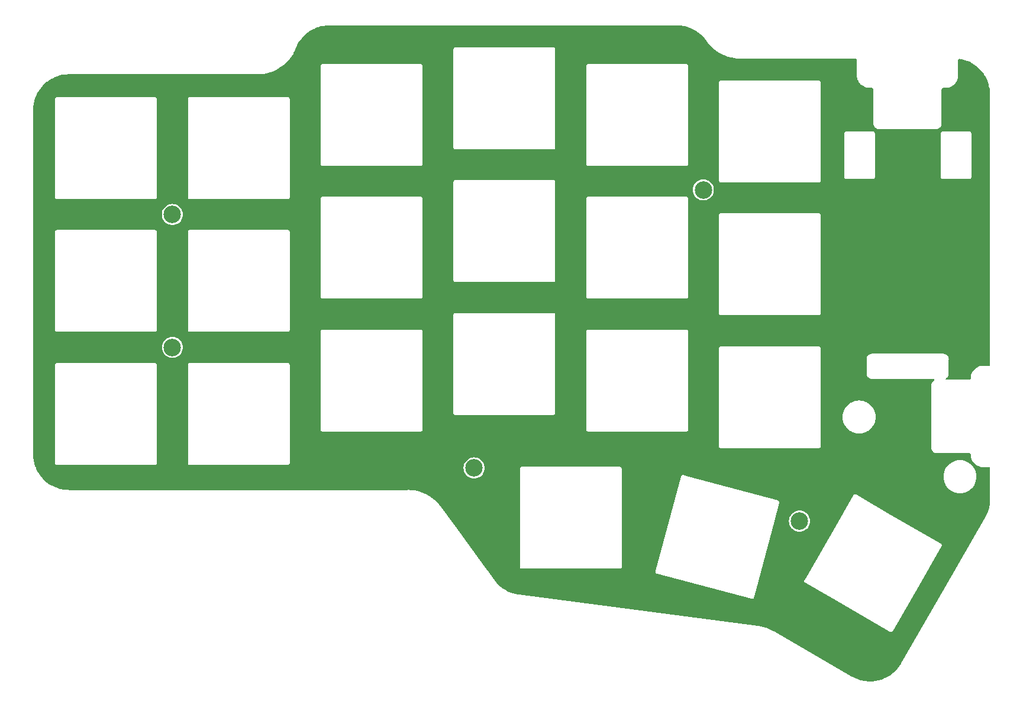
<source format=gbr>
G04 #@! TF.GenerationSoftware,KiCad,Pcbnew,(6.0.0)*
G04 #@! TF.CreationDate,2023-04-13T16:43:50-07:00*
G04 #@! TF.ProjectId,uni_corne_plate_left,756e695f-636f-4726-9e65-5f706c617465,1.1*
G04 #@! TF.SameCoordinates,Original*
G04 #@! TF.FileFunction,Copper,L1,Top*
G04 #@! TF.FilePolarity,Positive*
%FSLAX46Y46*%
G04 Gerber Fmt 4.6, Leading zero omitted, Abs format (unit mm)*
G04 Created by KiCad (PCBNEW (6.0.0)) date 2023-04-13 16:43:50*
%MOMM*%
%LPD*%
G01*
G04 APERTURE LIST*
G04 #@! TA.AperFunction,ComponentPad*
%ADD10C,2.500000*%
G04 #@! TD*
G04 APERTURE END LIST*
D10*
X70352500Y-65315000D03*
X70362500Y-84315000D03*
X113512500Y-101555000D03*
X160082500Y-109165000D03*
X146322500Y-61795000D03*
G04 #@! TA.AperFunction,NonConductor*
G36*
X142554625Y-38275563D02*
G01*
X142567472Y-38278118D01*
X142579643Y-38275697D01*
X142588994Y-38275697D01*
X142603240Y-38274583D01*
X142972395Y-38289458D01*
X142982507Y-38290274D01*
X143311775Y-38330248D01*
X143379779Y-38338503D01*
X143389789Y-38340130D01*
X143507313Y-38364120D01*
X143781870Y-38420163D01*
X143791720Y-38422590D01*
X143983916Y-38478251D01*
X144176119Y-38533914D01*
X144185730Y-38537123D01*
X144559912Y-38679009D01*
X144569236Y-38682981D01*
X144930798Y-38854515D01*
X144939766Y-38859221D01*
X145151746Y-38981586D01*
X145286361Y-39059292D01*
X145294936Y-39064714D01*
X145624297Y-39292013D01*
X145632402Y-39298102D01*
X145942404Y-39551159D01*
X145949990Y-39557877D01*
X146238656Y-39835082D01*
X146245667Y-39842380D01*
X146511069Y-40141882D01*
X146517487Y-40149740D01*
X146739478Y-40445073D01*
X146746656Y-40457431D01*
X146751968Y-40465124D01*
X146756891Y-40476514D01*
X146761147Y-40480642D01*
X146765900Y-40487006D01*
X146984703Y-40779982D01*
X147020434Y-40827826D01*
X147308611Y-41159183D01*
X147620605Y-41468219D01*
X147622385Y-41469738D01*
X147622391Y-41469743D01*
X147718976Y-41552139D01*
X147954691Y-41753227D01*
X147956579Y-41754609D01*
X147956580Y-41754610D01*
X148307130Y-42011247D01*
X148307141Y-42011254D01*
X148309024Y-42012633D01*
X148681647Y-42245003D01*
X149070499Y-42449053D01*
X149473435Y-42623657D01*
X149664416Y-42690047D01*
X149886007Y-42767078D01*
X149886016Y-42767081D01*
X149888226Y-42767849D01*
X149890496Y-42768453D01*
X149890498Y-42768454D01*
X150310327Y-42880233D01*
X150310337Y-42880235D01*
X150312582Y-42880833D01*
X150314864Y-42881262D01*
X150314868Y-42881263D01*
X150376027Y-42892763D01*
X150744158Y-42961985D01*
X150746493Y-42962246D01*
X150746503Y-42962248D01*
X151178227Y-43010595D01*
X151178234Y-43010596D01*
X151180569Y-43010857D01*
X151560083Y-43024971D01*
X151604308Y-43026616D01*
X151613586Y-43026961D01*
X151619405Y-43028118D01*
X151632252Y-43025563D01*
X151656830Y-43023142D01*
X168160733Y-43023142D01*
X168228854Y-43043144D01*
X168275347Y-43096800D01*
X168286733Y-43149142D01*
X168286733Y-45321008D01*
X168284312Y-45345586D01*
X168281757Y-45358433D01*
X168283245Y-45365915D01*
X168283854Y-45375212D01*
X168287384Y-45429078D01*
X168298640Y-45600870D01*
X168346024Y-45839162D01*
X168347349Y-45843065D01*
X168347349Y-45843067D01*
X168392195Y-45975223D01*
X168424096Y-46069234D01*
X168531521Y-46287151D01*
X168533808Y-46290575D01*
X168533809Y-46290577D01*
X168550745Y-46315934D01*
X168666462Y-46489189D01*
X168669177Y-46492286D01*
X168821068Y-46665564D01*
X168826613Y-46671890D01*
X168829706Y-46674604D01*
X168829710Y-46674608D01*
X168889221Y-46726826D01*
X169009234Y-46832133D01*
X169012655Y-46834421D01*
X169012661Y-46834425D01*
X169207773Y-46964884D01*
X169207778Y-46964887D01*
X169211203Y-46967177D01*
X169214899Y-46969002D01*
X169214902Y-46969003D01*
X169425364Y-47072885D01*
X169425367Y-47072886D01*
X169429066Y-47074712D01*
X169432971Y-47076039D01*
X169432975Y-47076041D01*
X169450619Y-47082038D01*
X169659099Y-47152900D01*
X169897367Y-47200403D01*
X170026938Y-47208959D01*
X170122527Y-47215271D01*
X170122528Y-47215271D01*
X170132313Y-47215917D01*
X170139795Y-47217409D01*
X170152646Y-47214859D01*
X170177223Y-47212451D01*
X170277994Y-47212503D01*
X170378436Y-47212554D01*
X170403009Y-47214986D01*
X170415857Y-47217548D01*
X170426343Y-47215467D01*
X170441785Y-47216690D01*
X170472142Y-47221512D01*
X170509620Y-47233706D01*
X170542621Y-47250536D01*
X170574495Y-47273709D01*
X170600679Y-47299906D01*
X170623835Y-47331790D01*
X170640649Y-47364803D01*
X170652821Y-47402278D01*
X170653634Y-47407407D01*
X170657630Y-47432646D01*
X170658844Y-47448085D01*
X170656758Y-47458571D01*
X170659179Y-47470743D01*
X170659313Y-47471415D01*
X170661734Y-47495996D01*
X170661734Y-52288850D01*
X170659313Y-52313428D01*
X170656758Y-52326275D01*
X170659180Y-52338449D01*
X170659180Y-52340161D01*
X170659996Y-52345663D01*
X170672644Y-52474084D01*
X170715759Y-52616213D01*
X170785773Y-52747201D01*
X170879996Y-52862012D01*
X170994807Y-52956235D01*
X171000265Y-52959152D01*
X171000266Y-52959153D01*
X171120337Y-53023332D01*
X171120340Y-53023333D01*
X171125795Y-53026249D01*
X171267924Y-53069364D01*
X171396345Y-53082012D01*
X171401847Y-53082828D01*
X171403559Y-53082828D01*
X171415733Y-53085250D01*
X171428580Y-53082695D01*
X171453158Y-53080274D01*
X179628310Y-53080274D01*
X179652888Y-53082695D01*
X179665735Y-53085250D01*
X179677909Y-53082828D01*
X179679621Y-53082828D01*
X179685123Y-53082012D01*
X179813544Y-53069364D01*
X179955673Y-53026249D01*
X179961128Y-53023333D01*
X179961131Y-53023332D01*
X180081202Y-52959153D01*
X180081203Y-52959152D01*
X180086661Y-52956235D01*
X180201472Y-52862012D01*
X180295695Y-52747201D01*
X180365709Y-52616213D01*
X180408824Y-52474084D01*
X180421472Y-52345663D01*
X180422288Y-52340161D01*
X180422288Y-52338449D01*
X180424710Y-52326275D01*
X180422155Y-52313428D01*
X180419734Y-52288850D01*
X180419734Y-47501163D01*
X180422155Y-47476582D01*
X180422289Y-47475908D01*
X180424710Y-47463737D01*
X180422626Y-47453258D01*
X180423842Y-47437813D01*
X180428660Y-47407407D01*
X180440847Y-47369911D01*
X180457681Y-47336884D01*
X180480864Y-47304989D01*
X180507079Y-47278787D01*
X180538991Y-47255617D01*
X180572025Y-47238801D01*
X180609528Y-47226632D01*
X180639938Y-47221829D01*
X180655376Y-47220622D01*
X180665856Y-47222712D01*
X180678028Y-47220297D01*
X180678031Y-47220297D01*
X180678699Y-47220164D01*
X180703285Y-47217754D01*
X180803072Y-47217805D01*
X180902080Y-47217856D01*
X180926652Y-47220288D01*
X180939500Y-47222850D01*
X180946985Y-47221365D01*
X181182083Y-47206071D01*
X181345171Y-47173708D01*
X181416474Y-47159559D01*
X181416479Y-47159558D01*
X181420529Y-47158754D01*
X181650757Y-47080711D01*
X181737931Y-47037764D01*
X181865126Y-46975101D01*
X181865134Y-46975097D01*
X181868825Y-46973278D01*
X182070999Y-46838294D01*
X182081897Y-46828743D01*
X182250719Y-46680787D01*
X182250721Y-46680785D01*
X182253820Y-46678069D01*
X182414158Y-46495348D01*
X182416449Y-46491921D01*
X182416453Y-46491916D01*
X182528292Y-46324630D01*
X182549267Y-46293256D01*
X182552280Y-46287151D01*
X182618677Y-46152588D01*
X182656835Y-46075255D01*
X182735020Y-45845076D01*
X182782484Y-45606659D01*
X182782865Y-45600870D01*
X182794146Y-45429078D01*
X182797923Y-45371570D01*
X182799413Y-45364086D01*
X182796860Y-45351242D01*
X182794441Y-45326660D01*
X182794446Y-45290547D01*
X182794685Y-43193277D01*
X182814695Y-43125159D01*
X182868356Y-43078672D01*
X182932461Y-43067844D01*
X182950560Y-43069543D01*
X182961091Y-43070981D01*
X183104627Y-43096800D01*
X183373885Y-43145234D01*
X183384243Y-43147553D01*
X183586767Y-43201948D01*
X183789282Y-43256340D01*
X183799425Y-43259528D01*
X184193863Y-43402081D01*
X184203700Y-43406113D01*
X184584718Y-43581418D01*
X184594171Y-43586260D01*
X184959042Y-43793059D01*
X184968059Y-43798685D01*
X185048087Y-43853440D01*
X185314201Y-44035516D01*
X185322715Y-44041885D01*
X185647648Y-44307049D01*
X185655595Y-44314113D01*
X185957018Y-44605734D01*
X185964341Y-44613443D01*
X186240102Y-44929436D01*
X186246749Y-44937736D01*
X186494890Y-45275862D01*
X186500813Y-45284691D01*
X186719553Y-45642518D01*
X186724712Y-45651817D01*
X186912511Y-46026830D01*
X186916866Y-46036529D01*
X187072373Y-46426024D01*
X187075896Y-46436056D01*
X187164393Y-46726826D01*
X187198013Y-46837291D01*
X187200676Y-46847581D01*
X187288087Y-47255617D01*
X187288530Y-47257686D01*
X187290315Y-47268163D01*
X187296800Y-47319101D01*
X187343277Y-47684200D01*
X187344174Y-47694794D01*
X187360587Y-48083422D01*
X187359541Y-48096963D01*
X187359541Y-48106972D01*
X187357120Y-48119142D01*
X187359541Y-48131312D01*
X187359675Y-48131986D01*
X187362096Y-48156567D01*
X187362096Y-86821997D01*
X187342094Y-86890118D01*
X187288438Y-86936611D01*
X187236172Y-86947997D01*
X187218792Y-86948007D01*
X186433294Y-86948481D01*
X186408642Y-86946061D01*
X186408059Y-86945945D01*
X186408056Y-86945945D01*
X186395885Y-86943524D01*
X186388831Y-86944927D01*
X186156159Y-86960400D01*
X186002266Y-86991470D01*
X185924764Y-87007117D01*
X185924761Y-87007118D01*
X185920654Y-87007947D01*
X185916694Y-87009312D01*
X185916688Y-87009314D01*
X185697478Y-87084895D01*
X185697474Y-87084897D01*
X185693520Y-87086260D01*
X185689782Y-87088135D01*
X185689781Y-87088135D01*
X185482492Y-87192087D01*
X185482487Y-87192090D01*
X185478756Y-87193961D01*
X185475298Y-87196315D01*
X185475296Y-87196316D01*
X185283608Y-87326796D01*
X185283604Y-87326799D01*
X185280146Y-87329153D01*
X185101186Y-87489454D01*
X184945030Y-87672041D01*
X184814427Y-87873699D01*
X184711678Y-88090875D01*
X184638592Y-88319745D01*
X184596456Y-88556278D01*
X184596274Y-88560457D01*
X184596274Y-88560459D01*
X184587006Y-88773501D01*
X184576943Y-88817644D01*
X184573376Y-88825971D01*
X184550783Y-88861111D01*
X184524403Y-88890122D01*
X184491560Y-88915945D01*
X184457148Y-88934733D01*
X184417660Y-88948398D01*
X184387698Y-88953435D01*
X184383671Y-88954112D01*
X184368062Y-88955415D01*
X184358107Y-88953435D01*
X184345936Y-88955856D01*
X184336373Y-88955856D01*
X184330829Y-88956403D01*
X181946915Y-88957440D01*
X181131629Y-88957795D01*
X181063499Y-88937823D01*
X181016983Y-88884187D01*
X181006849Y-88813918D01*
X181036314Y-88749324D01*
X181072179Y-88720673D01*
X181105463Y-88702882D01*
X181110926Y-88699962D01*
X181225737Y-88605739D01*
X181319960Y-88490928D01*
X181322878Y-88485469D01*
X181387057Y-88365398D01*
X181387058Y-88365395D01*
X181389974Y-88359940D01*
X181433089Y-88217811D01*
X181445737Y-88089389D01*
X181446553Y-88083888D01*
X181446553Y-88082176D01*
X181448975Y-88070002D01*
X181446420Y-88057155D01*
X181443999Y-88032577D01*
X181444000Y-86027424D01*
X181446421Y-86002843D01*
X181446555Y-86002171D01*
X181448976Y-85989999D01*
X181446554Y-85977825D01*
X181446554Y-85976113D01*
X181445738Y-85970611D01*
X181433697Y-85848355D01*
X181433090Y-85842190D01*
X181389975Y-85700061D01*
X181369396Y-85661559D01*
X181322879Y-85574532D01*
X181322878Y-85574531D01*
X181319961Y-85569073D01*
X181225738Y-85454262D01*
X181110927Y-85360039D01*
X181105468Y-85357121D01*
X180985397Y-85292942D01*
X180985394Y-85292941D01*
X180979939Y-85290025D01*
X180837810Y-85246910D01*
X180709389Y-85234262D01*
X180703887Y-85233446D01*
X180702175Y-85233446D01*
X180690001Y-85231024D01*
X180677154Y-85233579D01*
X180652576Y-85236000D01*
X170477424Y-85236000D01*
X170452846Y-85233579D01*
X170439999Y-85231024D01*
X170427825Y-85233446D01*
X170426113Y-85233446D01*
X170420611Y-85234262D01*
X170292190Y-85246910D01*
X170150061Y-85290025D01*
X170144606Y-85292941D01*
X170144603Y-85292942D01*
X170024532Y-85357121D01*
X170019073Y-85360039D01*
X169904262Y-85454262D01*
X169810039Y-85569073D01*
X169807122Y-85574531D01*
X169807121Y-85574532D01*
X169760605Y-85661559D01*
X169740025Y-85700061D01*
X169696910Y-85842190D01*
X169696303Y-85848355D01*
X169684262Y-85970611D01*
X169683446Y-85976113D01*
X169683446Y-85977825D01*
X169681024Y-85989999D01*
X169683445Y-86002171D01*
X169683579Y-86002843D01*
X169686000Y-86027424D01*
X169686000Y-88032576D01*
X169683579Y-88057154D01*
X169681024Y-88070001D01*
X169683446Y-88082175D01*
X169683446Y-88083887D01*
X169684262Y-88089389D01*
X169696910Y-88217810D01*
X169740025Y-88359939D01*
X169742941Y-88365394D01*
X169742942Y-88365397D01*
X169807121Y-88485468D01*
X169810039Y-88490927D01*
X169904262Y-88605738D01*
X170019073Y-88699961D01*
X170024531Y-88702878D01*
X170024532Y-88702879D01*
X170144603Y-88767058D01*
X170144606Y-88767059D01*
X170150061Y-88769975D01*
X170292190Y-88813090D01*
X170420611Y-88825738D01*
X170426113Y-88826554D01*
X170427825Y-88826554D01*
X170439999Y-88828976D01*
X170452846Y-88826421D01*
X170477424Y-88824000D01*
X170555261Y-88824000D01*
X179274968Y-88824001D01*
X179343089Y-88844003D01*
X179389582Y-88897659D01*
X179399685Y-88967933D01*
X179370192Y-89032513D01*
X179334366Y-89061121D01*
X179294463Y-89082450D01*
X179179652Y-89176673D01*
X179085429Y-89291484D01*
X179082512Y-89296942D01*
X179082511Y-89296943D01*
X179019088Y-89415601D01*
X179015415Y-89422472D01*
X178972300Y-89564601D01*
X178971693Y-89570766D01*
X178959652Y-89693022D01*
X178958836Y-89698524D01*
X178958836Y-89700236D01*
X178956414Y-89712410D01*
X178958835Y-89724581D01*
X178958835Y-89724586D01*
X178958988Y-89725354D01*
X178961409Y-89749869D01*
X178963230Y-93296428D01*
X178965972Y-98634372D01*
X178965981Y-98652608D01*
X178963561Y-98677246D01*
X178961024Y-98690001D01*
X178963446Y-98702175D01*
X178963446Y-98703887D01*
X178964262Y-98709389D01*
X178976910Y-98837810D01*
X179020025Y-98979939D01*
X179022941Y-98985394D01*
X179022942Y-98985397D01*
X179087121Y-99105468D01*
X179090039Y-99110927D01*
X179184262Y-99225738D01*
X179299073Y-99319961D01*
X179304531Y-99322878D01*
X179304532Y-99322879D01*
X179424603Y-99387058D01*
X179424606Y-99387059D01*
X179430061Y-99389975D01*
X179572190Y-99433090D01*
X179700611Y-99445738D01*
X179706113Y-99446554D01*
X179707825Y-99446554D01*
X179719999Y-99448976D01*
X179732170Y-99446555D01*
X179732172Y-99446555D01*
X179732930Y-99446404D01*
X179757453Y-99443984D01*
X181976975Y-99443018D01*
X184326725Y-99441996D01*
X184351349Y-99444416D01*
X184364119Y-99446956D01*
X184374076Y-99444975D01*
X184389681Y-99446278D01*
X184423678Y-99451994D01*
X184463156Y-99465655D01*
X184497573Y-99484445D01*
X184530416Y-99510267D01*
X184556797Y-99539279D01*
X184579392Y-99574428D01*
X184582955Y-99582745D01*
X184593017Y-99626886D01*
X184602467Y-99844113D01*
X184644603Y-100080646D01*
X184717689Y-100309516D01*
X184820438Y-100526692D01*
X184822709Y-100530198D01*
X184948764Y-100724835D01*
X184948768Y-100724840D01*
X184951041Y-100728350D01*
X185107197Y-100910938D01*
X185286157Y-101071239D01*
X185484768Y-101206430D01*
X185488497Y-101208300D01*
X185488502Y-101208303D01*
X185628822Y-101278671D01*
X185699532Y-101314131D01*
X185703486Y-101315494D01*
X185703490Y-101315496D01*
X185862917Y-101370465D01*
X185926666Y-101392445D01*
X185930773Y-101393274D01*
X185930776Y-101393275D01*
X186158064Y-101439163D01*
X186158067Y-101439163D01*
X186162171Y-101439992D01*
X186305939Y-101449552D01*
X186384669Y-101454788D01*
X186394851Y-101455465D01*
X186401897Y-101456867D01*
X186414744Y-101454312D01*
X186439322Y-101451891D01*
X187236096Y-101451891D01*
X187304217Y-101471893D01*
X187350710Y-101525549D01*
X187362096Y-101577891D01*
X187362096Y-106040293D01*
X187359675Y-106064871D01*
X187357120Y-106077718D01*
X187359541Y-106089889D01*
X187359541Y-106098302D01*
X187360756Y-106113559D01*
X187352305Y-106339651D01*
X187348699Y-106436122D01*
X187348050Y-106453471D01*
X187347347Y-106462858D01*
X187305815Y-106831821D01*
X187304416Y-106841118D01*
X187248107Y-107139011D01*
X187235448Y-107205983D01*
X187233355Y-107215160D01*
X187137347Y-107573832D01*
X187134578Y-107582818D01*
X187051554Y-107820336D01*
X187012055Y-107933336D01*
X187008619Y-107942099D01*
X186860272Y-108282484D01*
X186856191Y-108290967D01*
X186756473Y-108479859D01*
X186697394Y-108591769D01*
X186688725Y-108604370D01*
X186684519Y-108611663D01*
X186676340Y-108620999D01*
X186672356Y-108632753D01*
X186672356Y-108632754D01*
X186672136Y-108633403D01*
X186661955Y-108655904D01*
X180817077Y-118791372D01*
X174638345Y-129505770D01*
X174623970Y-129525852D01*
X174623519Y-129526366D01*
X174623518Y-129526368D01*
X174615340Y-129535703D01*
X174611356Y-129547458D01*
X174606500Y-129555880D01*
X174600517Y-129568408D01*
X174397126Y-129889650D01*
X174391196Y-129898210D01*
X174143570Y-130225913D01*
X174136954Y-130233956D01*
X173863089Y-130540115D01*
X173855831Y-130547583D01*
X173741732Y-130655671D01*
X173557617Y-130830085D01*
X173549789Y-130836908D01*
X173229267Y-131093817D01*
X173220891Y-131099979D01*
X173045632Y-131218088D01*
X172880252Y-131329539D01*
X172871383Y-131334997D01*
X172512961Y-131535638D01*
X172503672Y-131540345D01*
X172129890Y-131710708D01*
X172120247Y-131714630D01*
X171973368Y-131767410D01*
X171733697Y-131853535D01*
X171723760Y-131856649D01*
X171327050Y-131963163D01*
X171316889Y-131965446D01*
X170912725Y-132038838D01*
X170902410Y-132040273D01*
X170493585Y-132080036D01*
X170483188Y-132080615D01*
X170266919Y-132083705D01*
X170072455Y-132086483D01*
X170062063Y-132086201D01*
X169857157Y-132072167D01*
X169652260Y-132058132D01*
X169641909Y-132056992D01*
X169352337Y-132012913D01*
X169235823Y-131995177D01*
X169225607Y-131993188D01*
X169099500Y-131963163D01*
X168826005Y-131898047D01*
X168815983Y-131895218D01*
X168425619Y-131767410D01*
X168415880Y-131763770D01*
X168037372Y-131604149D01*
X168027954Y-131599709D01*
X167862132Y-131513010D01*
X167691026Y-131423548D01*
X167679566Y-131415697D01*
X167671152Y-131410845D01*
X167661816Y-131402666D01*
X167650060Y-131398682D01*
X167649409Y-131398461D01*
X167626906Y-131388279D01*
X156394951Y-124911085D01*
X156374867Y-124896709D01*
X156374348Y-124896254D01*
X156374346Y-124896253D01*
X156365013Y-124888076D01*
X156354476Y-124884505D01*
X156350523Y-124882395D01*
X156350522Y-124882394D01*
X156349537Y-124881868D01*
X156346101Y-124879961D01*
X156345369Y-124879644D01*
X156183804Y-124793403D01*
X156022488Y-124707295D01*
X156020604Y-124706443D01*
X156020594Y-124706438D01*
X155671547Y-124548573D01*
X155671541Y-124548570D01*
X155669656Y-124547718D01*
X155307126Y-124411601D01*
X154936457Y-124299530D01*
X154559242Y-124211985D01*
X154557198Y-124211650D01*
X154557173Y-124211645D01*
X154198069Y-124152779D01*
X154197304Y-124152588D01*
X154193378Y-124152010D01*
X154192445Y-124151857D01*
X154192439Y-124151857D01*
X154187880Y-124151110D01*
X154177336Y-124147545D01*
X154164954Y-124148372D01*
X154164950Y-124148371D01*
X154164267Y-124148417D01*
X154139581Y-124147639D01*
X119952840Y-119688746D01*
X119928781Y-119683167D01*
X119928125Y-119682945D01*
X119928122Y-119682945D01*
X119916369Y-119678971D01*
X119903987Y-119679798D01*
X119894611Y-119678575D01*
X119880456Y-119677841D01*
X119659901Y-119639922D01*
X119513392Y-119614733D01*
X119503411Y-119612597D01*
X119112966Y-119512319D01*
X119103193Y-119509382D01*
X118722148Y-119377787D01*
X118712632Y-119374062D01*
X118343505Y-119212019D01*
X118334331Y-119207539D01*
X117979561Y-119016118D01*
X117970784Y-119010913D01*
X117632693Y-118791368D01*
X117624361Y-118785464D01*
X117305162Y-118539232D01*
X117297330Y-118532666D01*
X116999167Y-118261401D01*
X116991892Y-118254223D01*
X116716667Y-117959657D01*
X116709999Y-117951912D01*
X116478631Y-117660075D01*
X116471195Y-117647998D01*
X116465628Y-117640359D01*
X116460416Y-117629097D01*
X116451289Y-117620684D01*
X116450782Y-117620216D01*
X116434353Y-117601781D01*
X115586087Y-116437792D01*
X139496598Y-116437792D01*
X139529079Y-116533477D01*
X139595704Y-116609449D01*
X139686331Y-116654141D01*
X139699407Y-116654998D01*
X139723767Y-116659019D01*
X153222729Y-120276056D01*
X153245844Y-120284757D01*
X153257589Y-120290549D01*
X153269970Y-120291361D01*
X153269972Y-120291361D01*
X153311905Y-120294109D01*
X153358420Y-120297158D01*
X153377889Y-120290549D01*
X153442352Y-120268667D01*
X153442353Y-120268666D01*
X153454105Y-120264677D01*
X153530077Y-120198052D01*
X153563487Y-120130302D01*
X153563489Y-120130297D01*
X153569277Y-120118560D01*
X153569277Y-120118559D01*
X153574768Y-120107425D01*
X153575624Y-120094362D01*
X153579647Y-120069990D01*
X153626085Y-119896682D01*
X154208229Y-117724090D01*
X160754103Y-117724090D01*
X160760712Y-117824921D01*
X160805404Y-117915548D01*
X160881376Y-117982173D01*
X160893123Y-117986161D01*
X160893124Y-117986161D01*
X160893779Y-117986383D01*
X160916277Y-117996577D01*
X164864449Y-120276055D01*
X173010229Y-124979023D01*
X173019109Y-124984150D01*
X173039188Y-124998539D01*
X173049033Y-125007173D01*
X173073186Y-125015372D01*
X173125249Y-125033045D01*
X173144718Y-125039654D01*
X173206400Y-125035611D01*
X173233163Y-125033857D01*
X173233164Y-125033857D01*
X173245549Y-125033045D01*
X173336176Y-124988353D01*
X173402801Y-124912381D01*
X173407012Y-124899977D01*
X173417205Y-124877480D01*
X177237000Y-118261401D01*
X180404779Y-112774646D01*
X180419167Y-112754569D01*
X180419620Y-112754053D01*
X180419621Y-112754052D01*
X180427801Y-112744724D01*
X180460282Y-112649039D01*
X180453673Y-112548208D01*
X180408981Y-112457581D01*
X180352186Y-112407774D01*
X180333009Y-112390956D01*
X180320605Y-112386745D01*
X180298108Y-112376552D01*
X173199109Y-108277943D01*
X168195274Y-105388978D01*
X168175197Y-105374590D01*
X168174681Y-105374137D01*
X168174680Y-105374136D01*
X168165352Y-105365956D01*
X168069667Y-105333475D01*
X168008808Y-105337464D01*
X167981222Y-105339272D01*
X167981221Y-105339272D01*
X167968836Y-105340084D01*
X167878209Y-105384776D01*
X167811584Y-105460748D01*
X167807596Y-105472495D01*
X167807596Y-105472496D01*
X167807374Y-105473151D01*
X167797180Y-105495649D01*
X165285754Y-109845567D01*
X161386012Y-116600119D01*
X160809607Y-117598481D01*
X160795218Y-117618560D01*
X160786584Y-117628405D01*
X160778385Y-117652558D01*
X160754103Y-117724090D01*
X154208229Y-117724090D01*
X156501631Y-109165000D01*
X158573348Y-109165000D01*
X158591928Y-109401083D01*
X158647211Y-109631354D01*
X158737836Y-109850141D01*
X158861570Y-110052057D01*
X159015368Y-110232132D01*
X159195443Y-110385930D01*
X159397359Y-110509664D01*
X159401929Y-110511557D01*
X159401933Y-110511559D01*
X159611573Y-110598395D01*
X159611575Y-110598396D01*
X159616146Y-110600289D01*
X159695999Y-110619460D01*
X159841604Y-110654417D01*
X159841610Y-110654418D01*
X159846417Y-110655572D01*
X160082500Y-110674152D01*
X160318583Y-110655572D01*
X160323390Y-110654418D01*
X160323396Y-110654417D01*
X160469001Y-110619460D01*
X160548854Y-110600289D01*
X160553425Y-110598396D01*
X160553427Y-110598395D01*
X160763067Y-110511559D01*
X160763071Y-110511557D01*
X160767641Y-110509664D01*
X160969557Y-110385930D01*
X161149632Y-110232132D01*
X161303430Y-110052057D01*
X161427164Y-109850141D01*
X161517789Y-109631354D01*
X161573072Y-109401083D01*
X161591652Y-109165000D01*
X161573072Y-108928917D01*
X161565874Y-108898932D01*
X161518944Y-108703458D01*
X161517789Y-108698646D01*
X161515895Y-108694073D01*
X161429059Y-108484433D01*
X161429057Y-108484429D01*
X161427164Y-108479859D01*
X161303430Y-108277943D01*
X161149632Y-108097868D01*
X160969557Y-107944070D01*
X160767641Y-107820336D01*
X160763071Y-107818443D01*
X160763067Y-107818441D01*
X160553427Y-107731605D01*
X160553425Y-107731604D01*
X160548854Y-107729711D01*
X160469001Y-107710540D01*
X160323396Y-107675583D01*
X160323390Y-107675582D01*
X160318583Y-107674428D01*
X160082500Y-107655848D01*
X159846417Y-107674428D01*
X159841610Y-107675582D01*
X159841604Y-107675583D01*
X159695999Y-107710540D01*
X159616146Y-107729711D01*
X159611575Y-107731604D01*
X159611573Y-107731605D01*
X159401933Y-107818441D01*
X159401929Y-107818443D01*
X159397359Y-107820336D01*
X159195443Y-107944070D01*
X159015368Y-108097868D01*
X158861570Y-108277943D01*
X158737836Y-108479859D01*
X158735943Y-108484429D01*
X158735941Y-108484433D01*
X158649105Y-108694073D01*
X158647211Y-108698646D01*
X158646056Y-108703458D01*
X158599127Y-108898932D01*
X158591928Y-108928917D01*
X158573348Y-109165000D01*
X156501631Y-109165000D01*
X157196684Y-106571027D01*
X157205386Y-106547909D01*
X157205689Y-106547295D01*
X157211177Y-106536167D01*
X157217786Y-106435336D01*
X157185305Y-106339651D01*
X157118680Y-106263679D01*
X157050930Y-106230269D01*
X157050925Y-106230267D01*
X157039188Y-106224479D01*
X157039187Y-106224479D01*
X157028053Y-106218988D01*
X157015668Y-106218176D01*
X157015667Y-106218176D01*
X157015110Y-106218140D01*
X157014990Y-106218132D01*
X156990618Y-106214109D01*
X144273484Y-102806564D01*
X180692141Y-102806564D01*
X180692411Y-102810683D01*
X180709687Y-103074257D01*
X180712323Y-103114482D01*
X180713125Y-103118515D01*
X180713126Y-103118521D01*
X180771718Y-103413081D01*
X180772524Y-103417131D01*
X180773851Y-103421040D01*
X180773852Y-103421044D01*
X180805066Y-103512998D01*
X180871713Y-103709334D01*
X180873536Y-103713030D01*
X180873539Y-103713038D01*
X180961605Y-103891616D01*
X181008194Y-103986089D01*
X181010488Y-103989522D01*
X181010489Y-103989524D01*
X181084936Y-104100941D01*
X181179631Y-104242663D01*
X181383091Y-104474665D01*
X181615093Y-104678125D01*
X181618519Y-104680414D01*
X181618524Y-104680418D01*
X181812104Y-104809764D01*
X181871666Y-104849562D01*
X181875365Y-104851386D01*
X181875370Y-104851389D01*
X182017569Y-104921513D01*
X182148422Y-104986043D01*
X182152327Y-104987368D01*
X182152328Y-104987369D01*
X182436712Y-105083904D01*
X182436716Y-105083905D01*
X182440625Y-105085232D01*
X182444669Y-105086036D01*
X182444675Y-105086038D01*
X182739235Y-105144630D01*
X182739241Y-105144631D01*
X182743274Y-105145433D01*
X182747379Y-105145702D01*
X182747386Y-105145703D01*
X183047073Y-105165345D01*
X183051192Y-105165615D01*
X183055311Y-105165345D01*
X183354998Y-105145703D01*
X183355005Y-105145702D01*
X183359110Y-105145433D01*
X183363143Y-105144631D01*
X183363149Y-105144630D01*
X183657709Y-105086038D01*
X183657715Y-105086036D01*
X183661759Y-105085232D01*
X183665668Y-105083905D01*
X183665672Y-105083904D01*
X183950056Y-104987369D01*
X183950057Y-104987368D01*
X183953962Y-104986043D01*
X184084815Y-104921513D01*
X184227014Y-104851389D01*
X184227019Y-104851386D01*
X184230718Y-104849562D01*
X184290280Y-104809764D01*
X184483860Y-104680418D01*
X184483865Y-104680414D01*
X184487291Y-104678125D01*
X184719293Y-104474665D01*
X184922753Y-104242663D01*
X185017449Y-104100941D01*
X185091895Y-103989524D01*
X185091896Y-103989522D01*
X185094190Y-103986089D01*
X185140779Y-103891616D01*
X185228845Y-103713038D01*
X185228848Y-103713030D01*
X185230671Y-103709334D01*
X185297318Y-103512998D01*
X185328532Y-103421044D01*
X185328533Y-103421040D01*
X185329860Y-103417131D01*
X185330666Y-103413081D01*
X185389258Y-103118521D01*
X185389259Y-103118515D01*
X185390061Y-103114482D01*
X185392698Y-103074257D01*
X185409973Y-102810683D01*
X185410243Y-102806564D01*
X185401089Y-102666895D01*
X185390331Y-102502758D01*
X185390330Y-102502751D01*
X185390061Y-102498646D01*
X185372556Y-102410639D01*
X185330666Y-102200047D01*
X185330664Y-102200041D01*
X185329860Y-102195997D01*
X185279976Y-102049041D01*
X185232000Y-101907709D01*
X185232000Y-101907708D01*
X185230671Y-101903794D01*
X185228848Y-101900098D01*
X185228845Y-101900090D01*
X185096016Y-101630742D01*
X185094190Y-101627039D01*
X185081257Y-101607683D01*
X184925046Y-101373896D01*
X184925042Y-101373891D01*
X184922753Y-101370465D01*
X184719293Y-101138463D01*
X184487291Y-100935003D01*
X184483865Y-100932714D01*
X184483860Y-100932710D01*
X184282705Y-100798303D01*
X184230718Y-100763566D01*
X184227019Y-100761742D01*
X184227014Y-100761739D01*
X184029179Y-100664178D01*
X183953962Y-100627085D01*
X183822807Y-100582564D01*
X183665672Y-100529224D01*
X183665668Y-100529223D01*
X183661759Y-100527896D01*
X183657715Y-100527092D01*
X183657709Y-100527090D01*
X183363149Y-100468498D01*
X183363143Y-100468497D01*
X183359110Y-100467695D01*
X183355005Y-100467426D01*
X183354998Y-100467425D01*
X183055311Y-100447783D01*
X183051192Y-100447513D01*
X183047073Y-100447783D01*
X182747386Y-100467425D01*
X182747379Y-100467426D01*
X182743274Y-100467695D01*
X182739241Y-100468497D01*
X182739235Y-100468498D01*
X182444675Y-100527090D01*
X182444669Y-100527092D01*
X182440625Y-100527896D01*
X182436716Y-100529223D01*
X182436712Y-100529224D01*
X182279577Y-100582564D01*
X182148422Y-100627085D01*
X182144726Y-100628908D01*
X182144718Y-100628911D01*
X182065570Y-100667943D01*
X181871667Y-100763566D01*
X181868234Y-100765860D01*
X181868232Y-100765861D01*
X181618524Y-100932710D01*
X181618519Y-100932714D01*
X181615093Y-100935003D01*
X181383091Y-101138463D01*
X181179631Y-101370465D01*
X181177342Y-101373891D01*
X181177338Y-101373896D01*
X181021127Y-101607683D01*
X181008194Y-101627039D01*
X181006368Y-101630742D01*
X180873539Y-101900090D01*
X180873536Y-101900098D01*
X180871713Y-101903794D01*
X180870384Y-101907708D01*
X180870384Y-101907709D01*
X180822409Y-102049041D01*
X180772524Y-102195997D01*
X180771720Y-102200041D01*
X180771718Y-102200047D01*
X180729829Y-102410639D01*
X180712323Y-102498646D01*
X180712054Y-102502751D01*
X180712053Y-102502758D01*
X180704229Y-102622132D01*
X180695941Y-102748580D01*
X180692141Y-102806564D01*
X144273484Y-102806564D01*
X143491653Y-102597073D01*
X143468538Y-102588372D01*
X143456795Y-102582581D01*
X143444409Y-102581769D01*
X143444408Y-102581769D01*
X143431347Y-102580913D01*
X143431343Y-102580913D01*
X143431342Y-102580912D01*
X143355964Y-102575971D01*
X143344213Y-102579960D01*
X143344212Y-102579960D01*
X143272032Y-102604462D01*
X143272031Y-102604463D01*
X143260279Y-102608452D01*
X143184307Y-102675077D01*
X143139615Y-102765704D01*
X143138803Y-102778084D01*
X143138803Y-102778085D01*
X143138758Y-102778776D01*
X143134735Y-102803143D01*
X141715009Y-108101630D01*
X139517700Y-116302098D01*
X139509002Y-116325209D01*
X139503207Y-116336961D01*
X139501539Y-116362414D01*
X139496598Y-116437792D01*
X115586087Y-116437792D01*
X115056842Y-115711564D01*
X120073216Y-115711564D01*
X120078192Y-115736581D01*
X120092929Y-115810670D01*
X120149068Y-115894688D01*
X120233086Y-115950827D01*
X120332192Y-115970540D01*
X120345039Y-115967985D01*
X120369617Y-115965564D01*
X134344767Y-115965564D01*
X134369345Y-115967985D01*
X134382192Y-115970540D01*
X134481298Y-115950827D01*
X134565316Y-115894688D01*
X134621455Y-115810670D01*
X134636192Y-115736581D01*
X134641168Y-115711564D01*
X134638613Y-115698717D01*
X134636192Y-115674139D01*
X134636192Y-101698989D01*
X134638613Y-101674408D01*
X134638747Y-101673734D01*
X134641168Y-101661564D01*
X134621455Y-101562458D01*
X134565316Y-101478440D01*
X134481298Y-101422301D01*
X134407209Y-101407564D01*
X134394364Y-101405009D01*
X134382192Y-101402588D01*
X134369345Y-101405143D01*
X134344767Y-101407564D01*
X120369617Y-101407564D01*
X120345039Y-101405143D01*
X120332192Y-101402588D01*
X120320020Y-101405009D01*
X120307175Y-101407564D01*
X120233086Y-101422301D01*
X120222769Y-101429195D01*
X120222768Y-101429195D01*
X120181354Y-101456867D01*
X120149068Y-101478440D01*
X120092929Y-101562458D01*
X120073216Y-101661564D01*
X120075637Y-101673734D01*
X120075771Y-101674408D01*
X120078192Y-101698989D01*
X120078192Y-115674139D01*
X120075771Y-115698717D01*
X120073216Y-115711564D01*
X115056842Y-115711564D01*
X110781948Y-109845567D01*
X108833700Y-107172186D01*
X108821180Y-107150894D01*
X108820893Y-107150274D01*
X108815681Y-107139011D01*
X108813705Y-107137190D01*
X108528056Y-106775880D01*
X108213188Y-106436122D01*
X107872671Y-106122075D01*
X107870732Y-106120549D01*
X107870723Y-106120542D01*
X107510546Y-105837201D01*
X107510539Y-105837196D01*
X107508598Y-105835669D01*
X107204152Y-105632643D01*
X107125254Y-105580028D01*
X107125246Y-105580023D01*
X107123208Y-105578664D01*
X106758136Y-105374590D01*
X106721023Y-105353844D01*
X106721021Y-105353843D01*
X106718869Y-105352640D01*
X106298066Y-105158986D01*
X105863385Y-104998892D01*
X105861016Y-104998225D01*
X105861010Y-104998223D01*
X105419886Y-104874014D01*
X105419883Y-104874013D01*
X105417499Y-104873342D01*
X104963148Y-104783109D01*
X104960706Y-104782820D01*
X104960697Y-104782819D01*
X104730177Y-104755577D01*
X104503124Y-104728745D01*
X104042892Y-104710690D01*
X104040255Y-104710166D01*
X104027408Y-104712721D01*
X104002830Y-104715142D01*
X55553521Y-104715142D01*
X55528943Y-104712721D01*
X55516096Y-104710166D01*
X55503923Y-104712587D01*
X55494220Y-104712587D01*
X55480355Y-104713663D01*
X55100478Y-104697952D01*
X55090100Y-104697092D01*
X54833654Y-104665126D01*
X54682491Y-104646283D01*
X54672226Y-104644571D01*
X54467094Y-104601559D01*
X54270207Y-104560276D01*
X54260112Y-104557720D01*
X53866417Y-104440512D01*
X53856575Y-104437134D01*
X53473885Y-104287807D01*
X53464385Y-104283640D01*
X53095352Y-104103231D01*
X53086197Y-104098277D01*
X52897922Y-103986089D01*
X52733316Y-103888005D01*
X52724611Y-103882318D01*
X52390305Y-103643629D01*
X52382098Y-103637242D01*
X52068628Y-103371745D01*
X52060981Y-103364704D01*
X51770534Y-103074257D01*
X51763493Y-103066610D01*
X51497996Y-102753140D01*
X51491606Y-102744929D01*
X51400007Y-102616636D01*
X51252920Y-102410627D01*
X51247232Y-102401921D01*
X51148435Y-102236119D01*
X51036960Y-102049038D01*
X51032005Y-102039882D01*
X50899559Y-101768958D01*
X50851598Y-101670853D01*
X50847431Y-101661353D01*
X50805932Y-101555000D01*
X112003348Y-101555000D01*
X112021928Y-101791083D01*
X112023082Y-101795890D01*
X112023083Y-101795896D01*
X112048098Y-101900090D01*
X112077211Y-102021354D01*
X112079104Y-102025925D01*
X112079105Y-102025927D01*
X112084886Y-102039882D01*
X112167836Y-102240141D01*
X112291570Y-102442057D01*
X112445368Y-102622132D01*
X112625443Y-102775930D01*
X112827359Y-102899664D01*
X112831929Y-102901557D01*
X112831933Y-102901559D01*
X113041573Y-102988395D01*
X113041575Y-102988396D01*
X113046146Y-102990289D01*
X113124641Y-103009134D01*
X113271604Y-103044417D01*
X113271610Y-103044418D01*
X113276417Y-103045572D01*
X113512500Y-103064152D01*
X113748583Y-103045572D01*
X113753390Y-103044418D01*
X113753396Y-103044417D01*
X113900359Y-103009134D01*
X113978854Y-102990289D01*
X113983425Y-102988396D01*
X113983427Y-102988395D01*
X114193067Y-102901559D01*
X114193071Y-102901557D01*
X114197641Y-102899664D01*
X114399557Y-102775930D01*
X114579632Y-102622132D01*
X114733430Y-102442057D01*
X114857164Y-102240141D01*
X114940115Y-102039882D01*
X114945895Y-102025927D01*
X114945896Y-102025925D01*
X114947789Y-102021354D01*
X114976902Y-101900090D01*
X115001917Y-101795896D01*
X115001918Y-101795890D01*
X115003072Y-101791083D01*
X115021652Y-101555000D01*
X115003072Y-101318917D01*
X114980023Y-101222908D01*
X114966960Y-101168499D01*
X114947789Y-101088646D01*
X114922081Y-101026581D01*
X114859059Y-100874433D01*
X114859057Y-100874429D01*
X114857164Y-100869859D01*
X114733430Y-100667943D01*
X114579632Y-100487868D01*
X114399557Y-100334070D01*
X114197641Y-100210336D01*
X114193071Y-100208443D01*
X114193067Y-100208441D01*
X113983427Y-100121605D01*
X113983425Y-100121604D01*
X113978854Y-100119711D01*
X113899001Y-100100540D01*
X113753396Y-100065583D01*
X113753390Y-100065582D01*
X113748583Y-100064428D01*
X113512500Y-100045848D01*
X113276417Y-100064428D01*
X113271610Y-100065582D01*
X113271604Y-100065583D01*
X113125999Y-100100540D01*
X113046146Y-100119711D01*
X113041575Y-100121604D01*
X113041573Y-100121605D01*
X112831933Y-100208441D01*
X112831929Y-100208443D01*
X112827359Y-100210336D01*
X112625443Y-100334070D01*
X112445368Y-100487868D01*
X112291570Y-100667943D01*
X112167836Y-100869859D01*
X112165943Y-100874429D01*
X112165941Y-100874433D01*
X112102919Y-101026581D01*
X112077211Y-101088646D01*
X112058040Y-101168499D01*
X112044978Y-101222908D01*
X112021928Y-101318917D01*
X112003348Y-101555000D01*
X50805932Y-101555000D01*
X50698104Y-101278663D01*
X50694726Y-101268821D01*
X50577518Y-100875126D01*
X50574962Y-100865031D01*
X50568993Y-100836564D01*
X53573216Y-100836564D01*
X53592929Y-100935670D01*
X53649068Y-101019688D01*
X53733086Y-101075827D01*
X53797533Y-101088646D01*
X53832192Y-101095540D01*
X53845039Y-101092985D01*
X53869617Y-101090564D01*
X67844767Y-101090564D01*
X67869345Y-101092985D01*
X67882192Y-101095540D01*
X67895038Y-101092985D01*
X67916852Y-101088646D01*
X67939842Y-101084073D01*
X67981298Y-101075827D01*
X68031670Y-101042170D01*
X68055000Y-101026581D01*
X68065316Y-101019688D01*
X68121455Y-100935670D01*
X68141168Y-100836564D01*
X72573216Y-100836564D01*
X72592929Y-100935670D01*
X72649068Y-101019688D01*
X72733086Y-101075827D01*
X72797533Y-101088646D01*
X72832192Y-101095540D01*
X72845039Y-101092985D01*
X72869617Y-101090564D01*
X86844767Y-101090564D01*
X86869345Y-101092985D01*
X86882192Y-101095540D01*
X86895038Y-101092985D01*
X86916852Y-101088646D01*
X86939842Y-101084073D01*
X86981298Y-101075827D01*
X87031670Y-101042170D01*
X87055000Y-101026581D01*
X87065316Y-101019688D01*
X87121455Y-100935670D01*
X87141168Y-100836564D01*
X87138613Y-100823717D01*
X87136192Y-100799139D01*
X87136192Y-98461564D01*
X148573216Y-98461564D01*
X148592929Y-98560670D01*
X148649068Y-98644688D01*
X148733086Y-98700827D01*
X148803767Y-98714886D01*
X148832192Y-98720540D01*
X148845039Y-98717985D01*
X148869617Y-98715564D01*
X162844767Y-98715564D01*
X162869345Y-98717985D01*
X162882192Y-98720540D01*
X162895038Y-98717985D01*
X162910618Y-98714886D01*
X162981298Y-98700827D01*
X162997501Y-98690001D01*
X163055000Y-98651581D01*
X163065316Y-98644688D01*
X163121455Y-98560670D01*
X163141168Y-98461564D01*
X163138613Y-98448717D01*
X163136192Y-98424139D01*
X163136192Y-94285564D01*
X166260141Y-94285564D01*
X166280323Y-94593482D01*
X166281125Y-94597515D01*
X166281126Y-94597521D01*
X166339718Y-94892081D01*
X166340524Y-94896131D01*
X166341851Y-94900040D01*
X166341852Y-94900044D01*
X166373066Y-94991998D01*
X166439713Y-95188334D01*
X166441536Y-95192030D01*
X166441539Y-95192038D01*
X166529605Y-95370616D01*
X166576194Y-95465089D01*
X166578488Y-95468522D01*
X166578489Y-95468524D01*
X166646440Y-95570219D01*
X166747631Y-95721663D01*
X166951091Y-95953665D01*
X167183093Y-96157125D01*
X167186519Y-96159414D01*
X167186524Y-96159418D01*
X167336116Y-96259372D01*
X167439666Y-96328562D01*
X167443365Y-96330386D01*
X167443370Y-96330389D01*
X167585569Y-96400513D01*
X167716422Y-96465043D01*
X167720327Y-96466368D01*
X167720328Y-96466369D01*
X168004712Y-96562904D01*
X168004716Y-96562905D01*
X168008625Y-96564232D01*
X168012669Y-96565036D01*
X168012675Y-96565038D01*
X168307235Y-96623630D01*
X168307241Y-96623631D01*
X168311274Y-96624433D01*
X168315379Y-96624702D01*
X168315386Y-96624703D01*
X168615073Y-96644345D01*
X168619192Y-96644615D01*
X168623311Y-96644345D01*
X168922998Y-96624703D01*
X168923005Y-96624702D01*
X168927110Y-96624433D01*
X168931143Y-96623631D01*
X168931149Y-96623630D01*
X169225709Y-96565038D01*
X169225715Y-96565036D01*
X169229759Y-96564232D01*
X169233668Y-96562905D01*
X169233672Y-96562904D01*
X169518056Y-96466369D01*
X169518057Y-96466368D01*
X169521962Y-96465043D01*
X169652815Y-96400513D01*
X169795014Y-96330389D01*
X169795019Y-96330386D01*
X169798718Y-96328562D01*
X169902268Y-96259372D01*
X170051860Y-96159418D01*
X170051865Y-96159414D01*
X170055291Y-96157125D01*
X170287293Y-95953665D01*
X170490753Y-95721663D01*
X170591945Y-95570219D01*
X170659895Y-95468524D01*
X170659896Y-95468522D01*
X170662190Y-95465089D01*
X170708779Y-95370616D01*
X170796845Y-95192038D01*
X170796848Y-95192030D01*
X170798671Y-95188334D01*
X170865318Y-94991998D01*
X170896532Y-94900044D01*
X170896533Y-94900040D01*
X170897860Y-94896131D01*
X170898666Y-94892081D01*
X170957258Y-94597521D01*
X170957259Y-94597515D01*
X170958061Y-94593482D01*
X170978243Y-94285564D01*
X170958061Y-93977646D01*
X170956140Y-93967985D01*
X170898666Y-93679047D01*
X170898664Y-93679041D01*
X170897860Y-93674997D01*
X170847252Y-93525908D01*
X170800000Y-93386709D01*
X170800000Y-93386708D01*
X170798671Y-93382794D01*
X170796848Y-93379098D01*
X170796845Y-93379090D01*
X170664016Y-93109742D01*
X170662190Y-93106039D01*
X170620191Y-93043183D01*
X170493046Y-92852896D01*
X170493042Y-92852891D01*
X170490753Y-92849465D01*
X170287293Y-92617463D01*
X170055291Y-92414003D01*
X170051865Y-92411714D01*
X170051860Y-92411710D01*
X169858279Y-92282364D01*
X169798718Y-92242566D01*
X169795019Y-92240742D01*
X169795014Y-92240739D01*
X169652815Y-92170615D01*
X169521962Y-92106085D01*
X169518047Y-92104756D01*
X169233672Y-92008224D01*
X169233668Y-92008223D01*
X169229759Y-92006896D01*
X169225715Y-92006092D01*
X169225709Y-92006090D01*
X168931149Y-91947498D01*
X168931143Y-91947497D01*
X168927110Y-91946695D01*
X168923005Y-91946426D01*
X168922998Y-91946425D01*
X168623311Y-91926783D01*
X168619192Y-91926513D01*
X168615073Y-91926783D01*
X168315386Y-91946425D01*
X168315379Y-91946426D01*
X168311274Y-91946695D01*
X168307241Y-91947497D01*
X168307235Y-91947498D01*
X168012675Y-92006090D01*
X168012669Y-92006092D01*
X168008625Y-92006896D01*
X168004716Y-92008223D01*
X168004712Y-92008224D01*
X167720337Y-92104756D01*
X167716422Y-92106085D01*
X167712726Y-92107908D01*
X167712718Y-92107911D01*
X167488605Y-92218433D01*
X167439667Y-92242566D01*
X167436234Y-92244860D01*
X167436232Y-92244861D01*
X167186524Y-92411710D01*
X167186519Y-92411714D01*
X167183093Y-92414003D01*
X166951091Y-92617463D01*
X166747631Y-92849465D01*
X166745342Y-92852891D01*
X166745338Y-92852896D01*
X166618193Y-93043183D01*
X166576194Y-93106039D01*
X166574368Y-93109742D01*
X166441539Y-93379090D01*
X166441536Y-93379098D01*
X166439713Y-93382794D01*
X166438384Y-93386708D01*
X166438384Y-93386709D01*
X166391133Y-93525908D01*
X166340524Y-93674997D01*
X166339720Y-93679041D01*
X166339718Y-93679047D01*
X166282245Y-93967985D01*
X166280323Y-93977646D01*
X166263941Y-94227580D01*
X166260141Y-94285564D01*
X163136192Y-94285564D01*
X163136192Y-84448989D01*
X163138613Y-84424408D01*
X163138747Y-84423734D01*
X163141168Y-84411564D01*
X163121455Y-84312458D01*
X163065316Y-84228440D01*
X162981298Y-84172301D01*
X162907209Y-84157564D01*
X162894364Y-84155009D01*
X162882192Y-84152588D01*
X162869345Y-84155143D01*
X162844767Y-84157564D01*
X148869617Y-84157564D01*
X148845039Y-84155143D01*
X148832192Y-84152588D01*
X148820020Y-84155009D01*
X148807175Y-84157564D01*
X148733086Y-84172301D01*
X148649068Y-84228440D01*
X148592929Y-84312458D01*
X148573216Y-84411564D01*
X148575637Y-84423734D01*
X148575771Y-84424408D01*
X148578192Y-84448989D01*
X148578192Y-98424139D01*
X148575771Y-98448717D01*
X148573216Y-98461564D01*
X87136192Y-98461564D01*
X87136192Y-96086564D01*
X91573216Y-96086564D01*
X91578192Y-96111581D01*
X91592929Y-96185670D01*
X91649068Y-96269688D01*
X91733086Y-96325827D01*
X91832192Y-96345540D01*
X91845039Y-96342985D01*
X91869617Y-96340564D01*
X105844767Y-96340564D01*
X105869345Y-96342985D01*
X105882192Y-96345540D01*
X105981298Y-96325827D01*
X106065316Y-96269688D01*
X106121455Y-96185670D01*
X106136192Y-96111581D01*
X106141168Y-96086564D01*
X129573216Y-96086564D01*
X129578192Y-96111581D01*
X129592929Y-96185670D01*
X129649068Y-96269688D01*
X129733086Y-96325827D01*
X129832192Y-96345540D01*
X129845039Y-96342985D01*
X129869617Y-96340564D01*
X143844767Y-96340564D01*
X143869345Y-96342985D01*
X143882192Y-96345540D01*
X143981298Y-96325827D01*
X144065316Y-96269688D01*
X144121455Y-96185670D01*
X144136192Y-96111581D01*
X144141168Y-96086564D01*
X144138613Y-96073717D01*
X144136192Y-96049139D01*
X144136192Y-82073989D01*
X144138613Y-82049408D01*
X144138747Y-82048734D01*
X144141168Y-82036564D01*
X144121455Y-81937458D01*
X144065316Y-81853440D01*
X143981298Y-81797301D01*
X143907209Y-81782564D01*
X143894364Y-81780009D01*
X143882192Y-81777588D01*
X143869345Y-81780143D01*
X143844767Y-81782564D01*
X129869617Y-81782564D01*
X129845039Y-81780143D01*
X129832192Y-81777588D01*
X129820020Y-81780009D01*
X129807175Y-81782564D01*
X129733086Y-81797301D01*
X129649068Y-81853440D01*
X129592929Y-81937458D01*
X129573216Y-82036564D01*
X129575637Y-82048734D01*
X129575771Y-82049408D01*
X129578192Y-82073989D01*
X129578192Y-96049139D01*
X129575771Y-96073717D01*
X129573216Y-96086564D01*
X106141168Y-96086564D01*
X106138613Y-96073717D01*
X106136192Y-96049139D01*
X106136192Y-93711564D01*
X110573216Y-93711564D01*
X110578192Y-93736581D01*
X110592929Y-93810670D01*
X110649068Y-93894688D01*
X110733086Y-93950827D01*
X110832192Y-93970540D01*
X110845039Y-93967985D01*
X110869617Y-93965564D01*
X124844767Y-93965564D01*
X124869345Y-93967985D01*
X124882192Y-93970540D01*
X124981298Y-93950827D01*
X125065316Y-93894688D01*
X125121455Y-93810670D01*
X125136192Y-93736581D01*
X125141168Y-93711564D01*
X125138613Y-93698717D01*
X125136192Y-93674139D01*
X125136192Y-79698989D01*
X125138613Y-79674408D01*
X125138747Y-79673734D01*
X125141168Y-79661564D01*
X125121455Y-79562458D01*
X125065316Y-79478440D01*
X125040059Y-79461564D01*
X148573216Y-79461564D01*
X148578192Y-79486581D01*
X148592929Y-79560670D01*
X148649068Y-79644688D01*
X148733086Y-79700827D01*
X148832192Y-79720540D01*
X148845039Y-79717985D01*
X148869617Y-79715564D01*
X162844767Y-79715564D01*
X162869345Y-79717985D01*
X162882192Y-79720540D01*
X162981298Y-79700827D01*
X163065316Y-79644688D01*
X163121455Y-79560670D01*
X163136192Y-79486581D01*
X163141168Y-79461564D01*
X163138613Y-79448717D01*
X163136192Y-79424139D01*
X163136192Y-65448989D01*
X163138613Y-65424408D01*
X163138747Y-65423734D01*
X163141168Y-65411564D01*
X163121455Y-65312458D01*
X163065316Y-65228440D01*
X162981298Y-65172301D01*
X162907209Y-65157564D01*
X162894364Y-65155009D01*
X162882192Y-65152588D01*
X162869345Y-65155143D01*
X162844767Y-65157564D01*
X148869617Y-65157564D01*
X148845039Y-65155143D01*
X148832192Y-65152588D01*
X148820020Y-65155009D01*
X148807175Y-65157564D01*
X148733086Y-65172301D01*
X148649068Y-65228440D01*
X148592929Y-65312458D01*
X148573216Y-65411564D01*
X148575637Y-65423734D01*
X148575771Y-65424408D01*
X148578192Y-65448989D01*
X148578192Y-79424139D01*
X148575771Y-79448717D01*
X148573216Y-79461564D01*
X125040059Y-79461564D01*
X124981298Y-79422301D01*
X124907209Y-79407564D01*
X124894364Y-79405009D01*
X124882192Y-79402588D01*
X124869345Y-79405143D01*
X124844767Y-79407564D01*
X110869617Y-79407564D01*
X110845039Y-79405143D01*
X110832192Y-79402588D01*
X110820020Y-79405009D01*
X110807175Y-79407564D01*
X110733086Y-79422301D01*
X110649068Y-79478440D01*
X110592929Y-79562458D01*
X110573216Y-79661564D01*
X110575637Y-79673734D01*
X110575771Y-79674408D01*
X110578192Y-79698989D01*
X110578192Y-93674139D01*
X110575771Y-93698717D01*
X110573216Y-93711564D01*
X106136192Y-93711564D01*
X106136192Y-82073989D01*
X106138613Y-82049408D01*
X106138747Y-82048734D01*
X106141168Y-82036564D01*
X106121455Y-81937458D01*
X106065316Y-81853440D01*
X105981298Y-81797301D01*
X105907209Y-81782564D01*
X105894364Y-81780009D01*
X105882192Y-81777588D01*
X105869345Y-81780143D01*
X105844767Y-81782564D01*
X91869617Y-81782564D01*
X91845039Y-81780143D01*
X91832192Y-81777588D01*
X91820020Y-81780009D01*
X91807175Y-81782564D01*
X91733086Y-81797301D01*
X91649068Y-81853440D01*
X91592929Y-81937458D01*
X91573216Y-82036564D01*
X91575637Y-82048734D01*
X91575771Y-82049408D01*
X91578192Y-82073989D01*
X91578192Y-96049139D01*
X91575771Y-96073717D01*
X91573216Y-96086564D01*
X87136192Y-96086564D01*
X87136192Y-86823989D01*
X87138613Y-86799408D01*
X87138747Y-86798734D01*
X87141168Y-86786564D01*
X87121455Y-86687458D01*
X87065316Y-86603440D01*
X86981298Y-86547301D01*
X86907209Y-86532564D01*
X86894364Y-86530009D01*
X86882192Y-86527588D01*
X86869345Y-86530143D01*
X86844767Y-86532564D01*
X72869617Y-86532564D01*
X72845039Y-86530143D01*
X72832192Y-86527588D01*
X72820020Y-86530009D01*
X72807175Y-86532564D01*
X72733086Y-86547301D01*
X72649068Y-86603440D01*
X72592929Y-86687458D01*
X72573216Y-86786564D01*
X72575637Y-86798734D01*
X72575771Y-86799408D01*
X72578192Y-86823989D01*
X72578192Y-100799139D01*
X72575771Y-100823717D01*
X72573216Y-100836564D01*
X68141168Y-100836564D01*
X68138613Y-100823717D01*
X68136192Y-100799139D01*
X68136192Y-86823989D01*
X68138613Y-86799408D01*
X68138747Y-86798734D01*
X68141168Y-86786564D01*
X68121455Y-86687458D01*
X68065316Y-86603440D01*
X67981298Y-86547301D01*
X67907209Y-86532564D01*
X67894364Y-86530009D01*
X67882192Y-86527588D01*
X67869345Y-86530143D01*
X67844767Y-86532564D01*
X53869617Y-86532564D01*
X53845039Y-86530143D01*
X53832192Y-86527588D01*
X53820020Y-86530009D01*
X53807175Y-86532564D01*
X53733086Y-86547301D01*
X53649068Y-86603440D01*
X53592929Y-86687458D01*
X53573216Y-86786564D01*
X53575637Y-86798734D01*
X53575771Y-86799408D01*
X53578192Y-86823989D01*
X53578192Y-100799139D01*
X53575771Y-100823717D01*
X53573216Y-100836564D01*
X50568993Y-100836564D01*
X50495879Y-100487868D01*
X50490667Y-100463012D01*
X50488954Y-100452743D01*
X50438146Y-100045138D01*
X50437286Y-100034760D01*
X50421575Y-99654883D01*
X50422651Y-99641018D01*
X50422651Y-99631315D01*
X50425072Y-99619142D01*
X50422517Y-99606295D01*
X50420096Y-99581717D01*
X50420096Y-84315000D01*
X68853348Y-84315000D01*
X68871928Y-84551083D01*
X68927211Y-84781354D01*
X69017836Y-85000141D01*
X69141570Y-85202057D01*
X69295368Y-85382132D01*
X69475443Y-85535930D01*
X69677359Y-85659664D01*
X69681929Y-85661557D01*
X69681933Y-85661559D01*
X69891573Y-85748395D01*
X69891575Y-85748396D01*
X69896146Y-85750289D01*
X69975999Y-85769460D01*
X70121604Y-85804417D01*
X70121610Y-85804418D01*
X70126417Y-85805572D01*
X70362500Y-85824152D01*
X70598583Y-85805572D01*
X70603390Y-85804418D01*
X70603396Y-85804417D01*
X70749001Y-85769460D01*
X70828854Y-85750289D01*
X70833425Y-85748396D01*
X70833427Y-85748395D01*
X71043067Y-85661559D01*
X71043071Y-85661557D01*
X71047641Y-85659664D01*
X71249557Y-85535930D01*
X71429632Y-85382132D01*
X71583430Y-85202057D01*
X71707164Y-85000141D01*
X71797789Y-84781354D01*
X71853072Y-84551083D01*
X71871652Y-84315000D01*
X71853072Y-84078917D01*
X71797789Y-83848646D01*
X71707164Y-83629859D01*
X71583430Y-83427943D01*
X71429632Y-83247868D01*
X71249557Y-83094070D01*
X71047641Y-82970336D01*
X71043071Y-82968443D01*
X71043067Y-82968441D01*
X70833427Y-82881605D01*
X70833425Y-82881604D01*
X70828854Y-82879711D01*
X70749001Y-82860540D01*
X70603396Y-82825583D01*
X70603390Y-82825582D01*
X70598583Y-82824428D01*
X70362500Y-82805848D01*
X70126417Y-82824428D01*
X70121610Y-82825582D01*
X70121604Y-82825583D01*
X69975999Y-82860540D01*
X69896146Y-82879711D01*
X69891575Y-82881604D01*
X69891573Y-82881605D01*
X69681933Y-82968441D01*
X69681929Y-82968443D01*
X69677359Y-82970336D01*
X69475443Y-83094070D01*
X69295368Y-83247868D01*
X69141570Y-83427943D01*
X69017836Y-83629859D01*
X68927211Y-83848646D01*
X68871928Y-84078917D01*
X68853348Y-84315000D01*
X50420096Y-84315000D01*
X50420096Y-81836564D01*
X53573216Y-81836564D01*
X53578192Y-81861581D01*
X53592929Y-81935670D01*
X53649068Y-82019688D01*
X53733086Y-82075827D01*
X53832192Y-82095540D01*
X53845039Y-82092985D01*
X53869617Y-82090564D01*
X67844767Y-82090564D01*
X67869345Y-82092985D01*
X67882192Y-82095540D01*
X67981298Y-82075827D01*
X68065316Y-82019688D01*
X68121455Y-81935670D01*
X68136192Y-81861581D01*
X68141168Y-81836564D01*
X72573216Y-81836564D01*
X72578192Y-81861581D01*
X72592929Y-81935670D01*
X72649068Y-82019688D01*
X72733086Y-82075827D01*
X72832192Y-82095540D01*
X72845039Y-82092985D01*
X72869617Y-82090564D01*
X86844767Y-82090564D01*
X86869345Y-82092985D01*
X86882192Y-82095540D01*
X86981298Y-82075827D01*
X87065316Y-82019688D01*
X87121455Y-81935670D01*
X87136192Y-81861581D01*
X87141168Y-81836564D01*
X87138613Y-81823717D01*
X87136192Y-81799139D01*
X87136192Y-77086564D01*
X91573216Y-77086564D01*
X91578192Y-77111581D01*
X91592929Y-77185670D01*
X91649068Y-77269688D01*
X91733086Y-77325827D01*
X91832192Y-77345540D01*
X91845039Y-77342985D01*
X91869617Y-77340564D01*
X105844767Y-77340564D01*
X105869345Y-77342985D01*
X105882192Y-77345540D01*
X105981298Y-77325827D01*
X106065316Y-77269688D01*
X106121455Y-77185670D01*
X106136192Y-77111581D01*
X106141168Y-77086564D01*
X129573216Y-77086564D01*
X129578192Y-77111581D01*
X129592929Y-77185670D01*
X129649068Y-77269688D01*
X129733086Y-77325827D01*
X129832192Y-77345540D01*
X129845039Y-77342985D01*
X129869617Y-77340564D01*
X143844767Y-77340564D01*
X143869345Y-77342985D01*
X143882192Y-77345540D01*
X143981298Y-77325827D01*
X144065316Y-77269688D01*
X144121455Y-77185670D01*
X144136192Y-77111581D01*
X144141168Y-77086564D01*
X144138613Y-77073717D01*
X144136192Y-77049139D01*
X144136192Y-63073989D01*
X144138613Y-63049408D01*
X144138747Y-63048734D01*
X144141168Y-63036564D01*
X144121455Y-62937458D01*
X144065316Y-62853440D01*
X143981298Y-62797301D01*
X143907209Y-62782564D01*
X143894364Y-62780009D01*
X143882192Y-62777588D01*
X143869345Y-62780143D01*
X143844767Y-62782564D01*
X129869617Y-62782564D01*
X129845039Y-62780143D01*
X129832192Y-62777588D01*
X129820020Y-62780009D01*
X129807175Y-62782564D01*
X129733086Y-62797301D01*
X129649068Y-62853440D01*
X129592929Y-62937458D01*
X129573216Y-63036564D01*
X129575637Y-63048734D01*
X129575771Y-63049408D01*
X129578192Y-63073989D01*
X129578192Y-77049139D01*
X129575771Y-77073717D01*
X129573216Y-77086564D01*
X106141168Y-77086564D01*
X106138613Y-77073717D01*
X106136192Y-77049139D01*
X106136192Y-74711564D01*
X110573216Y-74711564D01*
X110578192Y-74736581D01*
X110592929Y-74810670D01*
X110649068Y-74894688D01*
X110733086Y-74950827D01*
X110832192Y-74970540D01*
X110845039Y-74967985D01*
X110869617Y-74965564D01*
X124844767Y-74965564D01*
X124869345Y-74967985D01*
X124882192Y-74970540D01*
X124981298Y-74950827D01*
X125065316Y-74894688D01*
X125121455Y-74810670D01*
X125136192Y-74736581D01*
X125141168Y-74711564D01*
X125138613Y-74698717D01*
X125136192Y-74674139D01*
X125136192Y-61795000D01*
X144813348Y-61795000D01*
X144831928Y-62031083D01*
X144887211Y-62261354D01*
X144977836Y-62480141D01*
X145101570Y-62682057D01*
X145255368Y-62862132D01*
X145435443Y-63015930D01*
X145637359Y-63139664D01*
X145641929Y-63141557D01*
X145641933Y-63141559D01*
X145851573Y-63228395D01*
X145851575Y-63228396D01*
X145856146Y-63230289D01*
X145935999Y-63249460D01*
X146081604Y-63284417D01*
X146081610Y-63284418D01*
X146086417Y-63285572D01*
X146322500Y-63304152D01*
X146558583Y-63285572D01*
X146563390Y-63284418D01*
X146563396Y-63284417D01*
X146709001Y-63249460D01*
X146788854Y-63230289D01*
X146793425Y-63228396D01*
X146793427Y-63228395D01*
X147003067Y-63141559D01*
X147003071Y-63141557D01*
X147007641Y-63139664D01*
X147209557Y-63015930D01*
X147389632Y-62862132D01*
X147543430Y-62682057D01*
X147667164Y-62480141D01*
X147757789Y-62261354D01*
X147813072Y-62031083D01*
X147831652Y-61795000D01*
X147813072Y-61558917D01*
X147757789Y-61328646D01*
X147667164Y-61109859D01*
X147543430Y-60907943D01*
X147389632Y-60727868D01*
X147209557Y-60574070D01*
X147025963Y-60461564D01*
X148573216Y-60461564D01*
X148578192Y-60486581D01*
X148592929Y-60560670D01*
X148599823Y-60570987D01*
X148599823Y-60570988D01*
X148602257Y-60574630D01*
X148649068Y-60644688D01*
X148733086Y-60700827D01*
X148832192Y-60720540D01*
X148845039Y-60717985D01*
X148869617Y-60715564D01*
X162844767Y-60715564D01*
X162869345Y-60717985D01*
X162882192Y-60720540D01*
X162981298Y-60700827D01*
X163065316Y-60644688D01*
X163121455Y-60560670D01*
X163136192Y-60486581D01*
X163141168Y-60461564D01*
X163138613Y-60448717D01*
X163136192Y-60424139D01*
X163136192Y-59970000D01*
X166481024Y-59970000D01*
X166500737Y-60069106D01*
X166556876Y-60153124D01*
X166640894Y-60209263D01*
X166706442Y-60222301D01*
X166740000Y-60228976D01*
X166752847Y-60226421D01*
X166777425Y-60224000D01*
X170572575Y-60224000D01*
X170597153Y-60226421D01*
X170610000Y-60228976D01*
X170622846Y-60226421D01*
X170643559Y-60222301D01*
X170709106Y-60209263D01*
X170793124Y-60153124D01*
X170849263Y-60069106D01*
X170868976Y-59970000D01*
X180281024Y-59970000D01*
X180300737Y-60069106D01*
X180356876Y-60153124D01*
X180440894Y-60209263D01*
X180506442Y-60222301D01*
X180540000Y-60228976D01*
X180552847Y-60226421D01*
X180577425Y-60224000D01*
X184372575Y-60224000D01*
X184397153Y-60226421D01*
X184410000Y-60228976D01*
X184422846Y-60226421D01*
X184443559Y-60222301D01*
X184509106Y-60209263D01*
X184593124Y-60153124D01*
X184649263Y-60069106D01*
X184668976Y-59970000D01*
X184666421Y-59957153D01*
X184664000Y-59932575D01*
X184664000Y-53727425D01*
X184666421Y-53702844D01*
X184666555Y-53702170D01*
X184668976Y-53690000D01*
X184649263Y-53590894D01*
X184593124Y-53506876D01*
X184509106Y-53450737D01*
X184435017Y-53436000D01*
X184422172Y-53433445D01*
X184410000Y-53431024D01*
X184397153Y-53433579D01*
X184372575Y-53436000D01*
X180577425Y-53436000D01*
X180552847Y-53433579D01*
X180540000Y-53431024D01*
X180527828Y-53433445D01*
X180514983Y-53436000D01*
X180440894Y-53450737D01*
X180356876Y-53506876D01*
X180300737Y-53590894D01*
X180281024Y-53690000D01*
X180283445Y-53702170D01*
X180283579Y-53702844D01*
X180286000Y-53727425D01*
X180286000Y-59932575D01*
X180283579Y-59957153D01*
X180281024Y-59970000D01*
X170868976Y-59970000D01*
X170866421Y-59957153D01*
X170864000Y-59932575D01*
X170864000Y-53727425D01*
X170866421Y-53702844D01*
X170866555Y-53702170D01*
X170868976Y-53690000D01*
X170849263Y-53590894D01*
X170793124Y-53506876D01*
X170709106Y-53450737D01*
X170635017Y-53436000D01*
X170622172Y-53433445D01*
X170610000Y-53431024D01*
X170597153Y-53433579D01*
X170572575Y-53436000D01*
X166777425Y-53436000D01*
X166752847Y-53433579D01*
X166740000Y-53431024D01*
X166727828Y-53433445D01*
X166714983Y-53436000D01*
X166640894Y-53450737D01*
X166556876Y-53506876D01*
X166500737Y-53590894D01*
X166481024Y-53690000D01*
X166483445Y-53702170D01*
X166483579Y-53702844D01*
X166486000Y-53727425D01*
X166486000Y-59932575D01*
X166483579Y-59957153D01*
X166481024Y-59970000D01*
X163136192Y-59970000D01*
X163136192Y-46448989D01*
X163138613Y-46424408D01*
X163138747Y-46423734D01*
X163141168Y-46411564D01*
X163121455Y-46312458D01*
X163065316Y-46228440D01*
X162981298Y-46172301D01*
X162907209Y-46157564D01*
X162894364Y-46155009D01*
X162882192Y-46152588D01*
X162869345Y-46155143D01*
X162844767Y-46157564D01*
X148869617Y-46157564D01*
X148845039Y-46155143D01*
X148832192Y-46152588D01*
X148820020Y-46155009D01*
X148807175Y-46157564D01*
X148733086Y-46172301D01*
X148649068Y-46228440D01*
X148592929Y-46312458D01*
X148573216Y-46411564D01*
X148575637Y-46423734D01*
X148575771Y-46424408D01*
X148578192Y-46448989D01*
X148578192Y-60424139D01*
X148575771Y-60448717D01*
X148573216Y-60461564D01*
X147025963Y-60461564D01*
X147007641Y-60450336D01*
X147003071Y-60448443D01*
X147003067Y-60448441D01*
X146793427Y-60361605D01*
X146793425Y-60361604D01*
X146788854Y-60359711D01*
X146709001Y-60340540D01*
X146563396Y-60305583D01*
X146563390Y-60305582D01*
X146558583Y-60304428D01*
X146322500Y-60285848D01*
X146086417Y-60304428D01*
X146081610Y-60305582D01*
X146081604Y-60305583D01*
X145935999Y-60340540D01*
X145856146Y-60359711D01*
X145851575Y-60361604D01*
X145851573Y-60361605D01*
X145641933Y-60448441D01*
X145641929Y-60448443D01*
X145637359Y-60450336D01*
X145435443Y-60574070D01*
X145255368Y-60727868D01*
X145101570Y-60907943D01*
X144977836Y-61109859D01*
X144887211Y-61328646D01*
X144831928Y-61558917D01*
X144813348Y-61795000D01*
X125136192Y-61795000D01*
X125136192Y-60698989D01*
X125138613Y-60674408D01*
X125138747Y-60673734D01*
X125141168Y-60661564D01*
X125121455Y-60562458D01*
X125065316Y-60478440D01*
X124981298Y-60422301D01*
X124907209Y-60407564D01*
X124894364Y-60405009D01*
X124882192Y-60402588D01*
X124869345Y-60405143D01*
X124844767Y-60407564D01*
X110869617Y-60407564D01*
X110845039Y-60405143D01*
X110832192Y-60402588D01*
X110820020Y-60405009D01*
X110807175Y-60407564D01*
X110733086Y-60422301D01*
X110722769Y-60429195D01*
X110722768Y-60429195D01*
X110687258Y-60452922D01*
X110649068Y-60478440D01*
X110592929Y-60562458D01*
X110573216Y-60661564D01*
X110575637Y-60673734D01*
X110575771Y-60674408D01*
X110578192Y-60698989D01*
X110578192Y-74674139D01*
X110575771Y-74698717D01*
X110573216Y-74711564D01*
X106136192Y-74711564D01*
X106136192Y-63073989D01*
X106138613Y-63049408D01*
X106138747Y-63048734D01*
X106141168Y-63036564D01*
X106121455Y-62937458D01*
X106065316Y-62853440D01*
X105981298Y-62797301D01*
X105907209Y-62782564D01*
X105894364Y-62780009D01*
X105882192Y-62777588D01*
X105869345Y-62780143D01*
X105844767Y-62782564D01*
X91869617Y-62782564D01*
X91845039Y-62780143D01*
X91832192Y-62777588D01*
X91820020Y-62780009D01*
X91807175Y-62782564D01*
X91733086Y-62797301D01*
X91649068Y-62853440D01*
X91592929Y-62937458D01*
X91573216Y-63036564D01*
X91575637Y-63048734D01*
X91575771Y-63049408D01*
X91578192Y-63073989D01*
X91578192Y-77049139D01*
X91575771Y-77073717D01*
X91573216Y-77086564D01*
X87136192Y-77086564D01*
X87136192Y-67823989D01*
X87138613Y-67799408D01*
X87138747Y-67798734D01*
X87141168Y-67786564D01*
X87121455Y-67687458D01*
X87065316Y-67603440D01*
X86981298Y-67547301D01*
X86907209Y-67532564D01*
X86894364Y-67530009D01*
X86882192Y-67527588D01*
X86869345Y-67530143D01*
X86844767Y-67532564D01*
X72869617Y-67532564D01*
X72845039Y-67530143D01*
X72832192Y-67527588D01*
X72820020Y-67530009D01*
X72807175Y-67532564D01*
X72733086Y-67547301D01*
X72649068Y-67603440D01*
X72592929Y-67687458D01*
X72573216Y-67786564D01*
X72575637Y-67798734D01*
X72575771Y-67799408D01*
X72578192Y-67823989D01*
X72578192Y-81799139D01*
X72575771Y-81823717D01*
X72573216Y-81836564D01*
X68141168Y-81836564D01*
X68138613Y-81823717D01*
X68136192Y-81799139D01*
X68136192Y-67823989D01*
X68138613Y-67799408D01*
X68138747Y-67798734D01*
X68141168Y-67786564D01*
X68121455Y-67687458D01*
X68065316Y-67603440D01*
X67981298Y-67547301D01*
X67907209Y-67532564D01*
X67894364Y-67530009D01*
X67882192Y-67527588D01*
X67869345Y-67530143D01*
X67844767Y-67532564D01*
X53869617Y-67532564D01*
X53845039Y-67530143D01*
X53832192Y-67527588D01*
X53820020Y-67530009D01*
X53807175Y-67532564D01*
X53733086Y-67547301D01*
X53649068Y-67603440D01*
X53592929Y-67687458D01*
X53573216Y-67786564D01*
X53575637Y-67798734D01*
X53575771Y-67799408D01*
X53578192Y-67823989D01*
X53578192Y-81799139D01*
X53575771Y-81823717D01*
X53573216Y-81836564D01*
X50420096Y-81836564D01*
X50420096Y-65315000D01*
X68843348Y-65315000D01*
X68861928Y-65551083D01*
X68917211Y-65781354D01*
X69007836Y-66000141D01*
X69131570Y-66202057D01*
X69285368Y-66382132D01*
X69465443Y-66535930D01*
X69667359Y-66659664D01*
X69671929Y-66661557D01*
X69671933Y-66661559D01*
X69881573Y-66748395D01*
X69881575Y-66748396D01*
X69886146Y-66750289D01*
X69965999Y-66769460D01*
X70111604Y-66804417D01*
X70111610Y-66804418D01*
X70116417Y-66805572D01*
X70352500Y-66824152D01*
X70588583Y-66805572D01*
X70593390Y-66804418D01*
X70593396Y-66804417D01*
X70739001Y-66769460D01*
X70818854Y-66750289D01*
X70823425Y-66748396D01*
X70823427Y-66748395D01*
X71033067Y-66661559D01*
X71033071Y-66661557D01*
X71037641Y-66659664D01*
X71239557Y-66535930D01*
X71419632Y-66382132D01*
X71573430Y-66202057D01*
X71697164Y-66000141D01*
X71787789Y-65781354D01*
X71843072Y-65551083D01*
X71861652Y-65315000D01*
X71843072Y-65078917D01*
X71787789Y-64848646D01*
X71697164Y-64629859D01*
X71573430Y-64427943D01*
X71419632Y-64247868D01*
X71239557Y-64094070D01*
X71037641Y-63970336D01*
X71033071Y-63968443D01*
X71033067Y-63968441D01*
X70823427Y-63881605D01*
X70823425Y-63881604D01*
X70818854Y-63879711D01*
X70739001Y-63860540D01*
X70593396Y-63825583D01*
X70593390Y-63825582D01*
X70588583Y-63824428D01*
X70352500Y-63805848D01*
X70116417Y-63824428D01*
X70111610Y-63825582D01*
X70111604Y-63825583D01*
X69965999Y-63860540D01*
X69886146Y-63879711D01*
X69881575Y-63881604D01*
X69881573Y-63881605D01*
X69671933Y-63968441D01*
X69671929Y-63968443D01*
X69667359Y-63970336D01*
X69465443Y-64094070D01*
X69285368Y-64247868D01*
X69131570Y-64427943D01*
X69007836Y-64629859D01*
X68917211Y-64848646D01*
X68861928Y-65078917D01*
X68843348Y-65315000D01*
X50420096Y-65315000D01*
X50420096Y-62836564D01*
X53573216Y-62836564D01*
X53578192Y-62861581D01*
X53592929Y-62935670D01*
X53649068Y-63019688D01*
X53733086Y-63075827D01*
X53832192Y-63095540D01*
X53845039Y-63092985D01*
X53869617Y-63090564D01*
X67844767Y-63090564D01*
X67869345Y-63092985D01*
X67882192Y-63095540D01*
X67981298Y-63075827D01*
X68065316Y-63019688D01*
X68121455Y-62935670D01*
X68136192Y-62861581D01*
X68141168Y-62836564D01*
X72573216Y-62836564D01*
X72578192Y-62861581D01*
X72592929Y-62935670D01*
X72649068Y-63019688D01*
X72733086Y-63075827D01*
X72832192Y-63095540D01*
X72845039Y-63092985D01*
X72869617Y-63090564D01*
X86844767Y-63090564D01*
X86869345Y-63092985D01*
X86882192Y-63095540D01*
X86981298Y-63075827D01*
X87065316Y-63019688D01*
X87121455Y-62935670D01*
X87136192Y-62861581D01*
X87141168Y-62836564D01*
X87138613Y-62823717D01*
X87136192Y-62799139D01*
X87136192Y-58086564D01*
X91573216Y-58086564D01*
X91578192Y-58111581D01*
X91592929Y-58185670D01*
X91649068Y-58269688D01*
X91733086Y-58325827D01*
X91832192Y-58345540D01*
X91845039Y-58342985D01*
X91869617Y-58340564D01*
X105844767Y-58340564D01*
X105869345Y-58342985D01*
X105882192Y-58345540D01*
X105981298Y-58325827D01*
X106065316Y-58269688D01*
X106121455Y-58185670D01*
X106136192Y-58111581D01*
X106141168Y-58086564D01*
X129573216Y-58086564D01*
X129578192Y-58111581D01*
X129592929Y-58185670D01*
X129649068Y-58269688D01*
X129733086Y-58325827D01*
X129832192Y-58345540D01*
X129845039Y-58342985D01*
X129869617Y-58340564D01*
X143844767Y-58340564D01*
X143869345Y-58342985D01*
X143882192Y-58345540D01*
X143981298Y-58325827D01*
X144065316Y-58269688D01*
X144121455Y-58185670D01*
X144136192Y-58111581D01*
X144141168Y-58086564D01*
X144138613Y-58073717D01*
X144136192Y-58049139D01*
X144136192Y-44073989D01*
X144138613Y-44049408D01*
X144138747Y-44048734D01*
X144141168Y-44036564D01*
X144121455Y-43937458D01*
X144065316Y-43853440D01*
X143981298Y-43797301D01*
X143907209Y-43782564D01*
X143894364Y-43780009D01*
X143882192Y-43777588D01*
X143869345Y-43780143D01*
X143844767Y-43782564D01*
X129869617Y-43782564D01*
X129845039Y-43780143D01*
X129832192Y-43777588D01*
X129820020Y-43780009D01*
X129807175Y-43782564D01*
X129733086Y-43797301D01*
X129649068Y-43853440D01*
X129592929Y-43937458D01*
X129573216Y-44036564D01*
X129575637Y-44048734D01*
X129575771Y-44049408D01*
X129578192Y-44073989D01*
X129578192Y-58049139D01*
X129575771Y-58073717D01*
X129573216Y-58086564D01*
X106141168Y-58086564D01*
X106138613Y-58073717D01*
X106136192Y-58049139D01*
X106136192Y-55711564D01*
X110573216Y-55711564D01*
X110578192Y-55736581D01*
X110592929Y-55810670D01*
X110649068Y-55894688D01*
X110733086Y-55950827D01*
X110832192Y-55970540D01*
X110845039Y-55967985D01*
X110869617Y-55965564D01*
X124844767Y-55965564D01*
X124869345Y-55967985D01*
X124882192Y-55970540D01*
X124981298Y-55950827D01*
X125065316Y-55894688D01*
X125121455Y-55810670D01*
X125136192Y-55736581D01*
X125141168Y-55711564D01*
X125138613Y-55698717D01*
X125136192Y-55674139D01*
X125136192Y-41698989D01*
X125138613Y-41674408D01*
X125138747Y-41673734D01*
X125141168Y-41661564D01*
X125121455Y-41562458D01*
X125065316Y-41478440D01*
X124981298Y-41422301D01*
X124907209Y-41407564D01*
X124894364Y-41405009D01*
X124882192Y-41402588D01*
X124869345Y-41405143D01*
X124844767Y-41407564D01*
X110869617Y-41407564D01*
X110845039Y-41405143D01*
X110832192Y-41402588D01*
X110820020Y-41405009D01*
X110807175Y-41407564D01*
X110733086Y-41422301D01*
X110722769Y-41429195D01*
X110722768Y-41429195D01*
X110666840Y-41466565D01*
X110649068Y-41478440D01*
X110592929Y-41562458D01*
X110573216Y-41661564D01*
X110575637Y-41673734D01*
X110575771Y-41674408D01*
X110578192Y-41698989D01*
X110578192Y-55674139D01*
X110575771Y-55698717D01*
X110573216Y-55711564D01*
X106136192Y-55711564D01*
X106136192Y-44073989D01*
X106138613Y-44049408D01*
X106138747Y-44048734D01*
X106141168Y-44036564D01*
X106121455Y-43937458D01*
X106065316Y-43853440D01*
X105981298Y-43797301D01*
X105907209Y-43782564D01*
X105894364Y-43780009D01*
X105882192Y-43777588D01*
X105869345Y-43780143D01*
X105844767Y-43782564D01*
X91869617Y-43782564D01*
X91845039Y-43780143D01*
X91832192Y-43777588D01*
X91820020Y-43780009D01*
X91807175Y-43782564D01*
X91733086Y-43797301D01*
X91649068Y-43853440D01*
X91592929Y-43937458D01*
X91573216Y-44036564D01*
X91575637Y-44048734D01*
X91575771Y-44049408D01*
X91578192Y-44073989D01*
X91578192Y-58049139D01*
X91575771Y-58073717D01*
X91573216Y-58086564D01*
X87136192Y-58086564D01*
X87136192Y-48823989D01*
X87138613Y-48799408D01*
X87138747Y-48798734D01*
X87141168Y-48786564D01*
X87121455Y-48687458D01*
X87065316Y-48603440D01*
X86981298Y-48547301D01*
X86907209Y-48532564D01*
X86894364Y-48530009D01*
X86882192Y-48527588D01*
X86869345Y-48530143D01*
X86844767Y-48532564D01*
X72869617Y-48532564D01*
X72845039Y-48530143D01*
X72832192Y-48527588D01*
X72820020Y-48530009D01*
X72807175Y-48532564D01*
X72733086Y-48547301D01*
X72649068Y-48603440D01*
X72592929Y-48687458D01*
X72573216Y-48786564D01*
X72575637Y-48798734D01*
X72575771Y-48799408D01*
X72578192Y-48823989D01*
X72578192Y-62799139D01*
X72575771Y-62823717D01*
X72573216Y-62836564D01*
X68141168Y-62836564D01*
X68138613Y-62823717D01*
X68136192Y-62799139D01*
X68136192Y-48823989D01*
X68138613Y-48799408D01*
X68138747Y-48798734D01*
X68141168Y-48786564D01*
X68121455Y-48687458D01*
X68065316Y-48603440D01*
X67981298Y-48547301D01*
X67907209Y-48532564D01*
X67894364Y-48530009D01*
X67882192Y-48527588D01*
X67869345Y-48530143D01*
X67844767Y-48532564D01*
X53869617Y-48532564D01*
X53845039Y-48530143D01*
X53832192Y-48527588D01*
X53820020Y-48530009D01*
X53807175Y-48532564D01*
X53733086Y-48547301D01*
X53649068Y-48603440D01*
X53592929Y-48687458D01*
X53573216Y-48786564D01*
X53575637Y-48798734D01*
X53575771Y-48799408D01*
X53578192Y-48823989D01*
X53578192Y-62799139D01*
X53575771Y-62823717D01*
X53573216Y-62836564D01*
X50420096Y-62836564D01*
X50420096Y-50406567D01*
X50422517Y-50381986D01*
X50422651Y-50381312D01*
X50425072Y-50369142D01*
X50422651Y-50356969D01*
X50422651Y-50347266D01*
X50421575Y-50333401D01*
X50437286Y-49953524D01*
X50438146Y-49943146D01*
X50488954Y-49535541D01*
X50490668Y-49525269D01*
X50574962Y-49123253D01*
X50577518Y-49113158D01*
X50694726Y-48719463D01*
X50698107Y-48709613D01*
X50847431Y-48326931D01*
X50851602Y-48317423D01*
X50897798Y-48222929D01*
X51032007Y-47948398D01*
X51036961Y-47939243D01*
X51247232Y-47586363D01*
X51252920Y-47577657D01*
X51491609Y-47243351D01*
X51497996Y-47235144D01*
X51763493Y-46921674D01*
X51770534Y-46914027D01*
X52060981Y-46623580D01*
X52068628Y-46616539D01*
X52382098Y-46351042D01*
X52390309Y-46344652D01*
X52418352Y-46324630D01*
X52724611Y-46105966D01*
X52733317Y-46100278D01*
X52775311Y-46075255D01*
X53086200Y-45890006D01*
X53095356Y-45885051D01*
X53464385Y-45704644D01*
X53473885Y-45700477D01*
X53856575Y-45551150D01*
X53866417Y-45547772D01*
X54260112Y-45430564D01*
X54270207Y-45428008D01*
X54602025Y-45358433D01*
X54672226Y-45343713D01*
X54682491Y-45342001D01*
X54850902Y-45321008D01*
X55090100Y-45291192D01*
X55100478Y-45290332D01*
X55480355Y-45274621D01*
X55494220Y-45275697D01*
X55503923Y-45275697D01*
X55516096Y-45278118D01*
X55528943Y-45275563D01*
X55553521Y-45273142D01*
X82478671Y-45273142D01*
X82503249Y-45275563D01*
X82516096Y-45278118D01*
X82521324Y-45277078D01*
X82958285Y-45260703D01*
X82960626Y-45260439D01*
X82960637Y-45260438D01*
X83174089Y-45236351D01*
X83397994Y-45211084D01*
X83832756Y-45128693D01*
X83835033Y-45128082D01*
X84257853Y-45014607D01*
X84257862Y-45014604D01*
X84260132Y-45013995D01*
X84677725Y-44867631D01*
X84679870Y-44866694D01*
X84679879Y-44866690D01*
X84882567Y-44778106D01*
X85083192Y-44690424D01*
X85085281Y-44689318D01*
X85472194Y-44484461D01*
X85472207Y-44484453D01*
X85474259Y-44483367D01*
X85476224Y-44482130D01*
X85476236Y-44482123D01*
X85846742Y-44248874D01*
X85846746Y-44248871D01*
X85848732Y-44247621D01*
X86204510Y-43984510D01*
X86206297Y-43982969D01*
X86537808Y-43697054D01*
X86537813Y-43697049D01*
X86539599Y-43695509D01*
X86852117Y-43382238D01*
X87140312Y-43046456D01*
X87325612Y-42794631D01*
X87401163Y-42691957D01*
X87401168Y-42691949D01*
X87402568Y-42690047D01*
X87410699Y-42677063D01*
X87636160Y-42317009D01*
X87637413Y-42315008D01*
X87796582Y-42012633D01*
X87842429Y-41925537D01*
X87842431Y-41925532D01*
X87843530Y-41923445D01*
X87854908Y-41897241D01*
X88013778Y-41531336D01*
X88017677Y-41522356D01*
X88020549Y-41517860D01*
X88022720Y-41505644D01*
X88026084Y-41497025D01*
X88030255Y-41483247D01*
X88176970Y-41147637D01*
X88181363Y-41138591D01*
X88298966Y-40919182D01*
X88368934Y-40788645D01*
X88374017Y-40780007D01*
X88588930Y-40446141D01*
X88594711Y-40437902D01*
X88835588Y-40122256D01*
X88841998Y-40114520D01*
X89089814Y-39838582D01*
X89107286Y-39819128D01*
X89114287Y-39811931D01*
X89369439Y-39569843D01*
X89402324Y-39538642D01*
X89409898Y-39532011D01*
X89718815Y-39282600D01*
X89726892Y-39276595D01*
X90054733Y-39052636D01*
X90063265Y-39047295D01*
X90407922Y-38850230D01*
X90416853Y-38845586D01*
X90596509Y-38761118D01*
X90776170Y-38676647D01*
X90785434Y-38672736D01*
X91157069Y-38533026D01*
X91166625Y-38529863D01*
X91239999Y-38508789D01*
X91548240Y-38420260D01*
X91558000Y-38417874D01*
X91947142Y-38339084D01*
X91957080Y-38337482D01*
X92351272Y-38290006D01*
X92361305Y-38289203D01*
X92532440Y-38282362D01*
X92727277Y-38274573D01*
X92741629Y-38275698D01*
X92750877Y-38275698D01*
X92763046Y-38278118D01*
X92775893Y-38275563D01*
X92800471Y-38273142D01*
X142530047Y-38273142D01*
X142554625Y-38275563D01*
G37*
G04 #@! TD.AperFunction*
M02*

</source>
